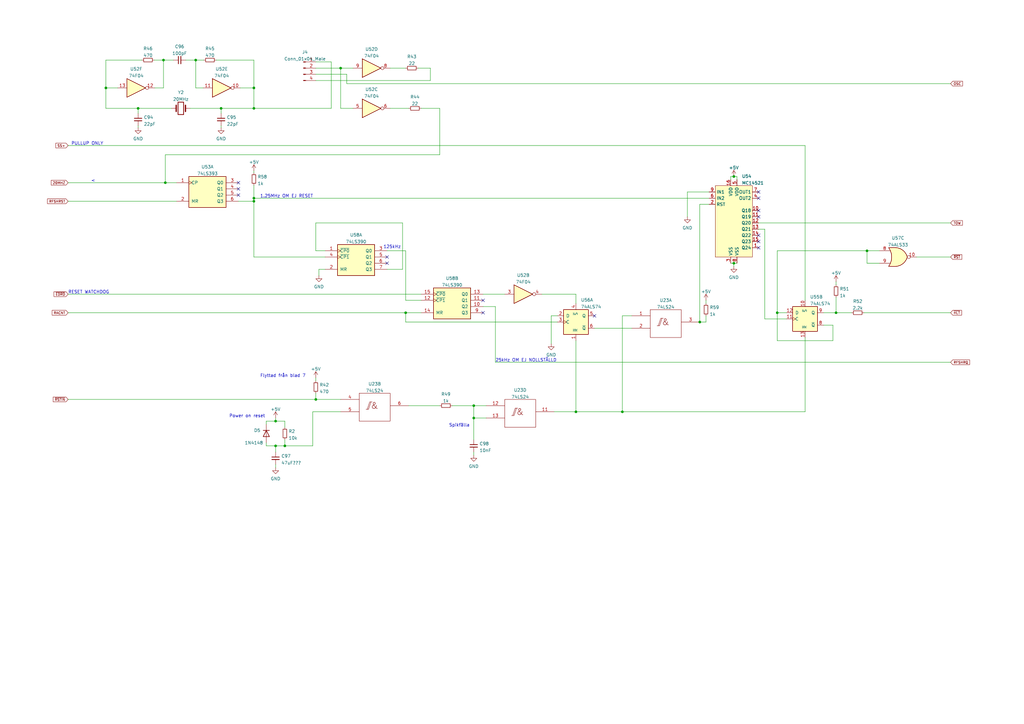
<source format=kicad_sch>
(kicad_sch (version 20211123) (generator eeschema)
  (paper "A3")
  (lib_symbols
    (symbol "74xx:74LS04"
      (property "Reference" "U" (at 0 1.27 0))
      (property "Value" "74LS04" (at 0 -1.27 0))
      (symbol "74LS04_1_0"
        (polyline (pts (xy -3.81 3.81) (xy -3.81 -3.81) (xy 3.81 0) (xy -3.81 3.81)) (stroke (width 0.254)) (fill (type background)))
        (pin input line (at -7.62 0 0) (length 3.81) (name "~") (number "1"))
        (pin output inverted (at 7.62 0 180) (length 3.81) (name "~") (number "2"))
      )
      (symbol "74LS04_2_0"
        (polyline (pts (xy -3.81 3.81) (xy -3.81 -3.81) (xy 3.81 0) (xy -3.81 3.81)) (stroke (width 0.254)) (fill (type background)))
        (pin input line (at -7.62 0 0) (length 3.81) (name "~") (number "3"))
        (pin output inverted (at 7.62 0 180) (length 3.81) (name "~") (number "4"))
      )
      (symbol "74LS04_3_0"
        (polyline (pts (xy -3.81 3.81) (xy -3.81 -3.81) (xy 3.81 0) (xy -3.81 3.81)) (stroke (width 0.254)) (fill (type background)))
        (pin input line (at -7.62 0 0) (length 3.81) (name "~") (number "5"))
        (pin output inverted (at 7.62 0 180) (length 3.81) (name "~") (number "6"))
      )
      (symbol "74LS04_4_0"
        (polyline (pts (xy -3.81 3.81) (xy -3.81 -3.81) (xy 3.81 0) (xy -3.81 3.81)) (stroke (width 0.254)) (fill (type background)))
        (pin output inverted (at 7.62 0 180) (length 3.81) (name "~") (number "8"))
        (pin input line (at -7.62 0 0) (length 3.81) (name "~") (number "9"))
      )
      (symbol "74LS04_5_0"
        (polyline (pts (xy -3.81 3.81) (xy -3.81 -3.81) (xy 3.81 0) (xy -3.81 3.81)) (stroke (width 0.254)) (fill (type background)))
        (pin output inverted (at 7.62 0 180) (length 3.81) (name "~") (number "10"))
        (pin input line (at -7.62 0 0) (length 3.81) (name "~") (number "11"))
      )
      (symbol "74LS04_6_0"
        (polyline (pts (xy -3.81 3.81) (xy -3.81 -3.81) (xy 3.81 0) (xy -3.81 3.81)) (stroke (width 0.254)) (fill (type background)))
        (pin output inverted (at 7.62 0 180) (length 3.81) (name "~") (number "12"))
        (pin input line (at -7.62 0 0) (length 3.81) (name "~") (number "13"))
      )
      (symbol "74LS04_7_0"
        (pin power_in line (at 0 12.7 270) (length 5.08) (name "VCC") (number "14"))
        (pin power_in line (at 0 -12.7 90) (length 5.08) (name "GND") (number "7"))
      )
      (symbol "74LS04_7_1"
        (rectangle (start -5.08 7.62) (end 5.08 -7.62) (stroke (width 0.254)) (fill (type background)))
      )
    )
    (symbol "74xx:74LS33" (pin_names (offset 1.016))
      (property "Reference" "U" (at 0 1.27 0))
      (property "Value" "74LS33" (at 0 -1.27 0))
      (symbol "74LS33_1_1"
        (arc (start -3.81 -3.81) (mid -2.589 0) (end -3.81 3.81) (stroke (width 0.254)))
        (arc (start -0.6096 -3.81) (mid 2.1842 -2.5851) (end 3.81 0) (stroke (width 0.254)) (fill (type background)))
        (polyline (pts (xy -3.81 -3.81) (xy -0.635 -3.81)) (stroke (width 0.254)) (fill (type background)))
        (polyline (pts (xy -3.81 3.81) (xy -0.635 3.81)) (stroke (width 0.254)) (fill (type background)))
        (polyline (pts (xy -0.635 3.81) (xy -3.81 3.81) (xy -3.81 3.81) (xy -3.556 3.4036) (xy -3.0226 2.2606) (xy -2.6924 1.0414) (xy -2.6162 -0.254) (xy -2.7686 -1.4986) (xy -3.175 -2.7178) (xy -3.81 -3.81) (xy -3.81 -3.81) (xy -0.635 -3.81)) (stroke (width -25.4)) (fill (type background)))
        (arc (start 3.81 0) (mid 2.1915 2.5936) (end -0.6096 3.81) (stroke (width 0.254)) (fill (type background)))
        (pin open_collector inverted (at 7.62 0 180) (length 3.81) (name "~") (number "1"))
        (pin input line (at -7.62 2.54 0) (length 4.318) (name "~") (number "2"))
        (pin input line (at -7.62 -2.54 0) (length 4.318) (name "~") (number "3"))
      )
      (symbol "74LS33_1_2"
        (arc (start 0 -3.81) (mid 3.81 0) (end 0 3.81) (stroke (width 0.254)) (fill (type background)))
        (polyline (pts (xy 0 3.81) (xy -3.81 3.81) (xy -3.81 -3.81) (xy 0 -3.81)) (stroke (width 0.254)) (fill (type background)))
        (pin open_collector line (at 7.62 0 180) (length 3.81) (name "~") (number "1"))
        (pin input inverted (at -7.62 2.54 0) (length 3.81) (name "~") (number "2"))
        (pin input inverted (at -7.62 -2.54 0) (length 3.81) (name "~") (number "3"))
      )
      (symbol "74LS33_2_1"
        (arc (start -3.81 -3.81) (mid -2.589 0) (end -3.81 3.81) (stroke (width 0.254)))
        (arc (start -0.6096 -3.81) (mid 2.1842 -2.5851) (end 3.81 0) (stroke (width 0.254)) (fill (type background)))
        (polyline (pts (xy -3.81 -3.81) (xy -0.635 -3.81)) (stroke (width 0.254)) (fill (type background)))
        (polyline (pts (xy -3.81 3.81) (xy -0.635 3.81)) (stroke (width 0.254)) (fill (type background)))
        (polyline (pts (xy -0.635 3.81) (xy -3.81 3.81) (xy -3.81 3.81) (xy -3.556 3.4036) (xy -3.0226 2.2606) (xy -2.6924 1.0414) (xy -2.6162 -0.254) (xy -2.7686 -1.4986) (xy -3.175 -2.7178) (xy -3.81 -3.81) (xy -3.81 -3.81) (xy -0.635 -3.81)) (stroke (width -25.4)) (fill (type background)))
        (arc (start 3.81 0) (mid 2.1915 2.5936) (end -0.6096 3.81) (stroke (width 0.254)) (fill (type background)))
        (pin open_collector inverted (at 7.62 0 180) (length 3.81) (name "~") (number "4"))
        (pin input line (at -7.62 2.54 0) (length 4.318) (name "~") (number "5"))
        (pin input line (at -7.62 -2.54 0) (length 4.318) (name "~") (number "6"))
      )
      (symbol "74LS33_2_2"
        (arc (start 0 -3.81) (mid 3.81 0) (end 0 3.81) (stroke (width 0.254)) (fill (type background)))
        (polyline (pts (xy 0 3.81) (xy -3.81 3.81) (xy -3.81 -3.81) (xy 0 -3.81)) (stroke (width 0.254)) (fill (type background)))
        (pin open_collector line (at 7.62 0 180) (length 3.81) (name "~") (number "4"))
        (pin input inverted (at -7.62 2.54 0) (length 3.81) (name "~") (number "5"))
        (pin input inverted (at -7.62 -2.54 0) (length 3.81) (name "~") (number "6"))
      )
      (symbol "74LS33_3_1"
        (arc (start -3.81 -3.81) (mid -2.589 0) (end -3.81 3.81) (stroke (width 0.254)))
        (arc (start -0.6096 -3.81) (mid 2.1842 -2.5851) (end 3.81 0) (stroke (width 0.254)) (fill (type background)))
        (polyline (pts (xy -3.81 -3.81) (xy -0.635 -3.81)) (stroke (width 0.254)) (fill (type background)))
        (polyline (pts (xy -3.81 3.81) (xy -0.635 3.81)) (stroke (width 0.254)) (fill (type background)))
        (polyline (pts (xy -0.635 3.81) (xy -3.81 3.81) (xy -3.81 3.81) (xy -3.556 3.4036) (xy -3.0226 2.2606) (xy -2.6924 1.0414) (xy -2.6162 -0.254) (xy -2.7686 -1.4986) (xy -3.175 -2.7178) (xy -3.81 -3.81) (xy -3.81 -3.81) (xy -0.635 -3.81)) (stroke (width -25.4)) (fill (type background)))
        (arc (start 3.81 0) (mid 2.1915 2.5936) (end -0.6096 3.81) (stroke (width 0.254)) (fill (type background)))
        (pin open_collector inverted (at 7.62 0 180) (length 3.81) (name "~") (number "10"))
        (pin input line (at -7.62 2.54 0) (length 4.318) (name "~") (number "8"))
        (pin input line (at -7.62 -2.54 0) (length 4.318) (name "~") (number "9"))
      )
      (symbol "74LS33_3_2"
        (arc (start 0 -3.81) (mid 3.81 0) (end 0 3.81) (stroke (width 0.254)) (fill (type background)))
        (polyline (pts (xy 0 3.81) (xy -3.81 3.81) (xy -3.81 -3.81) (xy 0 -3.81)) (stroke (width 0.254)) (fill (type background)))
        (pin open_collector line (at 7.62 0 180) (length 3.81) (name "~") (number "10"))
        (pin input inverted (at -7.62 2.54 0) (length 3.81) (name "~") (number "8"))
        (pin input inverted (at -7.62 -2.54 0) (length 3.81) (name "~") (number "9"))
      )
      (symbol "74LS33_4_1"
        (arc (start -3.81 -3.81) (mid -2.589 0) (end -3.81 3.81) (stroke (width 0.254)))
        (arc (start -0.6096 -3.81) (mid 2.1842 -2.5851) (end 3.81 0) (stroke (width 0.254)) (fill (type background)))
        (polyline (pts (xy -3.81 -3.81) (xy -0.635 -3.81)) (stroke (width 0.254)) (fill (type background)))
        (polyline (pts (xy -3.81 3.81) (xy -0.635 3.81)) (stroke (width 0.254)) (fill (type background)))
        (polyline (pts (xy -0.635 3.81) (xy -3.81 3.81) (xy -3.81 3.81) (xy -3.556 3.4036) (xy -3.0226 2.2606) (xy -2.6924 1.0414) (xy -2.6162 -0.254) (xy -2.7686 -1.4986) (xy -3.175 -2.7178) (xy -3.81 -3.81) (xy -3.81 -3.81) (xy -0.635 -3.81)) (stroke (width -25.4)) (fill (type background)))
        (arc (start 3.81 0) (mid 2.1915 2.5936) (end -0.6096 3.81) (stroke (width 0.254)) (fill (type background)))
        (pin input line (at -7.62 2.54 0) (length 4.318) (name "~") (number "11"))
        (pin input line (at -7.62 -2.54 0) (length 4.318) (name "~") (number "12"))
        (pin open_collector inverted (at 7.62 0 180) (length 3.81) (name "~") (number "13"))
      )
      (symbol "74LS33_4_2"
        (arc (start 0 -3.81) (mid 3.81 0) (end 0 3.81) (stroke (width 0.254)) (fill (type background)))
        (polyline (pts (xy 0 3.81) (xy -3.81 3.81) (xy -3.81 -3.81) (xy 0 -3.81)) (stroke (width 0.254)) (fill (type background)))
        (pin input inverted (at -7.62 2.54 0) (length 3.81) (name "~") (number "11"))
        (pin input inverted (at -7.62 -2.54 0) (length 3.81) (name "~") (number "12"))
        (pin open_collector line (at 7.62 0 180) (length 3.81) (name "~") (number "13"))
      )
      (symbol "74LS33_5_0"
        (pin power_in line (at 0 12.7 270) (length 5.08) (name "VCC") (number "14"))
        (pin power_in line (at 0 -12.7 90) (length 5.08) (name "GND") (number "7"))
      )
      (symbol "74LS33_5_1"
        (rectangle (start -5.08 7.62) (end 5.08 -7.62) (stroke (width 0.254)) (fill (type background)))
      )
    )
    (symbol "74xx:74LS390" (pin_names (offset 1.016))
      (property "Reference" "U" (at -7.62 8.89 0))
      (property "Value" "74LS390" (at -7.62 -8.89 0))
      (symbol "74LS390_1_0"
        (pin input clock (at -12.7 2.54 0) (length 5.08) (name "~{CP0}") (number "1"))
        (pin input line (at -12.7 -5.08 0) (length 5.08) (name "MR") (number "2"))
        (pin output line (at 12.7 2.54 180) (length 5.08) (name "Q0") (number "3"))
        (pin input clock (at -12.7 0 0) (length 5.08) (name "~{CP1}") (number "4"))
        (pin output line (at 12.7 0 180) (length 5.08) (name "Q1") (number "5"))
        (pin output line (at 12.7 -2.54 180) (length 5.08) (name "Q2") (number "6"))
        (pin output line (at 12.7 -5.08 180) (length 5.08) (name "Q3") (number "7"))
      )
      (symbol "74LS390_1_1"
        (rectangle (start -7.62 5.08) (end 7.62 -7.62) (stroke (width 0.254)) (fill (type background)))
      )
      (symbol "74LS390_2_0"
        (pin output line (at 12.7 -2.54 180) (length 5.08) (name "Q2") (number "10"))
        (pin output line (at 12.7 0 180) (length 5.08) (name "Q1") (number "11"))
        (pin input clock (at -12.7 0 0) (length 5.08) (name "~{CP1}") (number "12"))
        (pin output line (at 12.7 2.54 180) (length 5.08) (name "Q0") (number "13"))
        (pin input line (at -12.7 -5.08 0) (length 5.08) (name "MR") (number "14"))
        (pin input clock (at -12.7 2.54 0) (length 5.08) (name "~{CP0}") (number "15"))
        (pin output line (at 12.7 -5.08 180) (length 5.08) (name "Q3") (number "9"))
      )
      (symbol "74LS390_2_1"
        (rectangle (start -7.62 5.08) (end 7.62 -7.62) (stroke (width 0.254)) (fill (type background)))
      )
      (symbol "74LS390_3_0"
        (pin power_in line (at 0 12.7 270) (length 5.08) (name "VCC") (number "16"))
        (pin power_in line (at 0 -12.7 90) (length 5.08) (name "GND") (number "8"))
      )
      (symbol "74LS390_3_1"
        (rectangle (start -5.08 7.62) (end 5.08 -7.62) (stroke (width 0.254)) (fill (type background)))
      )
    )
    (symbol "74xx:74LS393" (pin_names (offset 1.016))
      (property "Reference" "U" (at -7.62 8.89 0))
      (property "Value" "74LS393" (at -7.62 -8.89 0))
      (symbol "74LS393_1_0"
        (pin input clock (at -12.7 2.54 0) (length 5.08) (name "CP") (number "1"))
        (pin input line (at -12.7 -5.08 0) (length 5.08) (name "MR") (number "2"))
        (pin output line (at 12.7 2.54 180) (length 5.08) (name "Q0") (number "3"))
        (pin output line (at 12.7 0 180) (length 5.08) (name "Q1") (number "4"))
        (pin output line (at 12.7 -2.54 180) (length 5.08) (name "Q2") (number "5"))
        (pin output line (at 12.7 -5.08 180) (length 5.08) (name "Q3") (number "6"))
      )
      (symbol "74LS393_1_1"
        (rectangle (start -7.62 5.08) (end 7.62 -7.62) (stroke (width 0.254)) (fill (type background)))
      )
      (symbol "74LS393_2_0"
        (pin output line (at 12.7 0 180) (length 5.08) (name "Q1") (number "10"))
        (pin output line (at 12.7 2.54 180) (length 5.08) (name "Q0") (number "11"))
        (pin input line (at -12.7 -5.08 0) (length 5.08) (name "MR") (number "12"))
        (pin input clock (at -12.7 2.54 0) (length 5.08) (name "CP") (number "13"))
        (pin output line (at 12.7 -5.08 180) (length 5.08) (name "Q3") (number "8"))
        (pin output line (at 12.7 -2.54 180) (length 5.08) (name "Q2") (number "9"))
      )
      (symbol "74LS393_2_1"
        (rectangle (start -7.62 5.08) (end 7.62 -7.62) (stroke (width 0.254)) (fill (type background)))
      )
      (symbol "74LS393_3_0"
        (pin power_in line (at 0 12.7 270) (length 5.08) (name "VCC") (number "14"))
        (pin power_in line (at 0 -12.7 90) (length 5.08) (name "GND") (number "7"))
      )
      (symbol "74LS393_3_1"
        (rectangle (start -5.08 7.62) (end 5.08 -7.62) (stroke (width 0.254)) (fill (type background)))
      )
    )
    (symbol "74xx:74LS74" (pin_names (offset 1.016))
      (property "Reference" "U" (at -7.62 8.89 0))
      (property "Value" "74LS74" (at -7.62 -8.89 0))
      (symbol "74LS74_1_0"
        (pin input line (at 0 -7.62 90) (length 2.54) (name "~{R}") (number "1"))
        (pin input line (at -7.62 2.54 0) (length 2.54) (name "D") (number "2"))
        (pin input clock (at -7.62 0 0) (length 2.54) (name "C") (number "3"))
        (pin input line (at 0 7.62 270) (length 2.54) (name "~{S}") (number "4"))
        (pin output line (at 7.62 2.54 180) (length 2.54) (name "Q") (number "5"))
        (pin output line (at 7.62 -2.54 180) (length 2.54) (name "~{Q}") (number "6"))
      )
      (symbol "74LS74_1_1"
        (rectangle (start -5.08 5.08) (end 5.08 -5.08) (stroke (width 0.254)) (fill (type background)))
      )
      (symbol "74LS74_2_0"
        (pin input line (at 0 7.62 270) (length 2.54) (name "~{S}") (number "10"))
        (pin input clock (at -7.62 0 0) (length 2.54) (name "C") (number "11"))
        (pin input line (at -7.62 2.54 0) (length 2.54) (name "D") (number "12"))
        (pin input line (at 0 -7.62 90) (length 2.54) (name "~{R}") (number "13"))
        (pin output line (at 7.62 -2.54 180) (length 2.54) (name "~{Q}") (number "8"))
        (pin output line (at 7.62 2.54 180) (length 2.54) (name "Q") (number "9"))
      )
      (symbol "74LS74_2_1"
        (rectangle (start -5.08 5.08) (end 5.08 -5.08) (stroke (width 0.254)) (fill (type background)))
      )
      (symbol "74LS74_3_0"
        (pin power_in line (at 0 10.16 270) (length 2.54) (name "VCC") (number "14"))
        (pin power_in line (at 0 -10.16 90) (length 2.54) (name "GND") (number "7"))
      )
      (symbol "74LS74_3_1"
        (rectangle (start -5.08 7.62) (end 5.08 -7.62) (stroke (width 0.254)) (fill (type background)))
      )
    )
    (symbol "74xx_IEEE:74LS24" (pin_names (offset 0.762))
      (property "Reference" "U" (at 2.54 6.35 0))
      (property "Value" "74LS24" (at 5.08 -8.89 0))
      (symbol "74LS24_0_0"
        (polyline (pts (xy -3.556 -1.524) (xy -2.54 -1.524) (xy -1.524 1.524) (xy -1.016 1.524) (xy -2.032 1.524) (xy -3.048 -1.524) (xy -3.048 -1.524)))
      )
      (symbol "74LS24_0_1"
        (rectangle (start -6.35 5.08) (end 6.35 -6.35))
        (text "&" (at 0 0 0) (effects (font (size 2.54 2.54))))
        (pin power_in line (at 0 5.08 270) (length 0) hide (name "Vcc") (number "14"))
        (pin power_in line (at 0 -6.35 90) (length 0) hide (name "Gnd") (number "7"))
      )
      (symbol "74LS24_1_1"
        (pin input line (at -13.97 2.54 0) (length 7.62) (name "~") (number "1"))
        (pin input line (at -13.97 -2.54 0) (length 7.62) (name "~") (number "2"))
        (pin output line (at 13.97 0 180) (length 7.62) (name "~") (number "3"))
      )
      (symbol "74LS24_2_1"
        (pin input line (at -13.97 2.54 0) (length 7.62) (name "~") (number "4"))
        (pin input line (at -13.97 -2.54 0) (length 7.62) (name "~") (number "5"))
        (pin output line (at 13.97 0 180) (length 7.62) (name "~") (number "6"))
      )
      (symbol "74LS24_3_1"
        (pin input line (at -13.97 -2.54 0) (length 7.62) (name "~") (number "10"))
        (pin output line (at 13.97 0 180) (length 7.62) (name "~") (number "8"))
        (pin input line (at -13.97 2.54 0) (length 7.62) (name "~") (number "9"))
      )
      (symbol "74LS24_4_1"
        (pin output line (at 13.97 0 180) (length 7.62) (name "~") (number "11"))
        (pin input line (at -13.97 2.54 0) (length 7.62) (name "~") (number "12"))
        (pin input line (at -13.97 -2.54 0) (length 7.62) (name "~") (number "13"))
      )
    )
    (symbol "Connector:Conn_01x04_Male" (pin_names (offset 1.016) hide)
      (property "Reference" "J" (at 0 5.08 0))
      (property "Value" "Conn_01x04_Male" (at 0 -7.62 0))
      (symbol "Conn_01x04_Male_1_1"
        (polyline (pts (xy 1.27 -5.08) (xy 0.8636 -5.08)) (stroke (width 0.1524)))
        (polyline (pts (xy 1.27 -2.54) (xy 0.8636 -2.54)) (stroke (width 0.1524)))
        (polyline (pts (xy 1.27 0) (xy 0.8636 0)) (stroke (width 0.1524)))
        (polyline (pts (xy 1.27 2.54) (xy 0.8636 2.54)) (stroke (width 0.1524)))
        (rectangle (start 0.8636 -4.953) (end 0 -5.207) (stroke (width 0.1524)) (fill (type outline)))
        (rectangle (start 0.8636 -2.413) (end 0 -2.667) (stroke (width 0.1524)) (fill (type outline)))
        (rectangle (start 0.8636 0.127) (end 0 -0.127) (stroke (width 0.1524)) (fill (type outline)))
        (rectangle (start 0.8636 2.667) (end 0 2.413) (stroke (width 0.1524)) (fill (type outline)))
        (pin passive line (at 5.08 2.54 180) (length 3.81) (name "Pin_1") (number "1"))
        (pin passive line (at 5.08 0 180) (length 3.81) (name "Pin_2") (number "2"))
        (pin passive line (at 5.08 -2.54 180) (length 3.81) (name "Pin_3") (number "3"))
        (pin passive line (at 5.08 -5.08 180) (length 3.81) (name "Pin_4") (number "4"))
      )
    )
    (symbol "Device:C_Small" (pin_numbers hide) (pin_names (offset 0.254) hide)
      (property "Reference" "C" (at 0.254 1.778 0))
      (property "Value" "C_Small" (at 0.254 -2.032 0))
      (symbol "C_Small_0_1"
        (polyline (pts (xy -1.524 -0.508) (xy 1.524 -0.508)) (stroke (width 0.3302)))
        (polyline (pts (xy -1.524 0.508) (xy 1.524 0.508)) (stroke (width 0.3048)))
      )
      (symbol "C_Small_1_1"
        (pin passive line (at 0 2.54 270) (length 2.032) (name "~") (number "1"))
        (pin passive line (at 0 -2.54 90) (length 2.032) (name "~") (number "2"))
      )
    )
    (symbol "Device:Crystal" (pin_numbers hide) (pin_names (offset 1.016) hide)
      (property "Reference" "Y" (at 0 3.81 0))
      (property "Value" "Crystal" (at 0 -3.81 0))
      (symbol "Crystal_0_1"
        (rectangle (start -1.143 2.54) (end 1.143 -2.54) (stroke (width 0.3048)))
        (polyline (pts (xy -2.54 0) (xy -1.905 0)))
        (polyline (pts (xy -1.905 -1.27) (xy -1.905 1.27)) (stroke (width 0.508)))
        (polyline (pts (xy 1.905 -1.27) (xy 1.905 1.27)) (stroke (width 0.508)))
        (polyline (pts (xy 2.54 0) (xy 1.905 0)))
      )
      (symbol "Crystal_1_1"
        (pin passive line (at -3.81 0 0) (length 1.27) (name "1") (number "1"))
        (pin passive line (at 3.81 0 180) (length 1.27) (name "2") (number "2"))
      )
    )
    (symbol "Device:D" (pin_numbers hide) (pin_names (offset 1.016) hide)
      (property "Reference" "D" (at 0 2.54 0))
      (property "Value" "D" (at 0 -2.54 0))
      (symbol "D_0_1"
        (polyline (pts (xy -1.27 1.27) (xy -1.27 -1.27)) (stroke (width 0.254)))
        (polyline (pts (xy 1.27 0) (xy -1.27 0)))
        (polyline (pts (xy 1.27 1.27) (xy 1.27 -1.27) (xy -1.27 0) (xy 1.27 1.27)) (stroke (width 0.254)))
      )
      (symbol "D_1_1"
        (pin passive line (at -3.81 0 0) (length 2.54) (name "K") (number "1"))
        (pin passive line (at 3.81 0 180) (length 2.54) (name "A") (number "2"))
      )
    )
    (symbol "Device:R_Small" (pin_numbers hide) (pin_names (offset 0.254) hide)
      (property "Reference" "R" (at 0.762 0.508 0))
      (property "Value" "R_Small" (at 0.762 -1.016 0))
      (symbol "R_Small_0_1"
        (rectangle (start -0.762 1.778) (end 0.762 -1.778) (stroke (width 0.2032)))
      )
      (symbol "R_Small_1_1"
        (pin passive line (at 0 2.54 270) (length 0.762) (name "~") (number "1"))
        (pin passive line (at 0 -2.54 90) (length 0.762) (name "~") (number "2"))
      )
    )
    (symbol "power:+5V" (power) (pin_names (offset 0))
      (property "Value" "+5V" (at 0 3.556 0))
      (symbol "+5V_0_1"
        (polyline (pts (xy -0.762 1.27) (xy 0 2.54)))
        (polyline (pts (xy 0 0) (xy 0 2.54)))
        (polyline (pts (xy 0 2.54) (xy 0.762 1.27)))
      )
      (symbol "+5V_1_1"
        (pin power_in line (at 0 0 90) (length 0) hide (name "+5V") (number "1"))
      )
    )
    (symbol "power:GND" (power) (pin_names (offset 0))
      (property "Value" "GND" (at 0 -3.81 0))
      (symbol "GND_0_1"
        (polyline (pts (xy 0 0) (xy 0 -1.27) (xy 1.27 -1.27) (xy 0 -2.54) (xy -1.27 -1.27) (xy 0 -1.27)))
      )
      (symbol "GND_1_1"
        (pin power_in line (at 0 0 270) (length 0) hide (name "GND") (number "1"))
      )
    )
    (symbol "x37:MC14521"
      (property "Reference" "U" (at -6.35 21.59 0))
      (property "Value" "MC14521" (at 7.62 21.59 0))
      (symbol "MC14521_0_0"
        (pin input line (at 10.16 -6.35 180) (length 2.54) (name "Q24") (number "1"))
        (pin bidirectional line (at 10.16 8.89 180) (length 2.54) (name "Q18") (number "10"))
        (pin bidirectional line (at 10.16 6.35 180) (length 2.54) (name "Q19") (number "11"))
        (pin bidirectional line (at 10.16 3.81 180) (length 2.54) (name "Q20") (number "12"))
        (pin bidirectional line (at 10.16 1.27 180) (length 2.54) (name "Q21") (number "13"))
        (pin bidirectional line (at 10.16 -1.27 180) (length 2.54) (name "Q22") (number "14"))
        (pin bidirectional line (at 10.16 -3.81 180) (length 2.54) (name "Q23") (number "15"))
        (pin power_in line (at -1.27 21.59 270) (length 2.54) (name "VDD") (number "16"))
        (pin input line (at -10.16 11.43 0) (length 2.54) (name "RST") (number "2"))
        (pin power_in line (at -1.27 -12.7 90) (length 2.54) (name "VSS") (number "3"))
        (pin output line (at 10.16 13.97 180) (length 2.54) (name "OUT2") (number "4"))
        (pin power_in line (at 1.27 21.59 270) (length 2.54) (name "VDD") (number "5"))
        (pin input line (at -10.16 13.97 0) (length 2.54) (name "IN2") (number "6"))
        (pin output line (at 10.16 16.51 180) (length 2.54) (name "OUT1") (number "7"))
        (pin power_in line (at 1.27 -12.7 90) (length 2.54) (name "VSS") (number "8"))
        (pin input line (at -10.16 16.51 0) (length 2.54) (name "IN1") (number "9"))
      )
      (symbol "MC14521_0_1"
        (rectangle (start -7.62 19.05) (end 7.62 -10.16) (stroke (width 0.1524)) (fill (type background)))
      )
    )
  )
  (junction (at 113.03 182.88))
  (junction (at 129.54 163.83))
  (junction (at 104.14 82.55))
  (junction (at 104.14 44.45))
  (junction (at 113.03 172.72))
  (junction (at 67.056 24.638))
  (junction (at 104.14 81.28))
  (junction (at 56.642 44.45))
  (junction (at 236.22 168.91))
  (junction (at 166.37 128.27))
  (junction (at 67.818 74.93))
  (junction (at 300.99 72.39))
  (junction (at 116.84 182.88))
  (junction (at 43.434 36.068))
  (junction (at 342.9 128.27))
  (junction (at 90.678 44.45))
  (junction (at 287.02 132.08))
  (junction (at 255.27 168.91))
  (junction (at 104.14 36.068))
  (junction (at 139.7 27.94))
  (junction (at 194.31 171.45))
  (junction (at 355.6 102.87))
  (junction (at 80.264 24.638))
  (junction (at 194.31 166.37))
  (junction (at 300.99 107.95))
  (junction (at 318.77 128.27))
  (no_connect (at 311.15 96.52))
  (no_connect (at 311.15 81.28))
  (no_connect (at 158.75 105.41))
  (no_connect (at 198.12 123.19))
  (no_connect (at 97.79 74.93))
  (no_connect (at 198.12 128.27))
  (no_connect (at 97.79 77.47))
  (no_connect (at 243.84 129.54))
  (no_connect (at 311.15 99.06))
  (no_connect (at 158.75 107.95))
  (no_connect (at 311.15 78.74))
  (no_connect (at 311.15 101.6))
  (no_connect (at 311.15 88.9))
  (no_connect (at 97.79 80.01))
  (no_connect (at 311.15 86.36))
  (wire (pts (xy 80.264 36.068) (xy 83.312 36.068)))
  (wire (pts (xy 330.2 168.91) (xy 330.2 138.43)))
  (wire (pts (xy 160.02 44.45) (xy 167.64 44.45)))
  (wire (pts (xy 255.27 168.91) (xy 255.27 129.54)))
  (wire (pts (xy 255.27 168.91) (xy 330.2 168.91)))
  (wire (pts (xy 27.94 74.93) (xy 67.818 74.93)))
  (wire (pts (xy 290.83 83.82) (xy 287.02 83.82)))
  (wire (pts (xy 255.27 129.54) (xy 259.08 129.54)))
  (wire (pts (xy 236.22 168.91) (xy 255.27 168.91)))
  (wire (pts (xy 287.02 132.08) (xy 289.56 132.08)))
  (wire (pts (xy 135.89 25.4) (xy 135.89 44.45)))
  (wire (pts (xy 299.72 73.66) (xy 299.72 72.39)))
  (wire (pts (xy 116.84 182.88) (xy 128.27 182.88)))
  (wire (pts (xy 67.818 63.5) (xy 67.818 74.93)))
  (wire (pts (xy 63.246 24.638) (xy 67.056 24.638)))
  (wire (pts (xy 129.54 163.83) (xy 139.7 163.83)))
  (wire (pts (xy 289.56 123.19) (xy 289.56 124.46)))
  (wire (pts (xy 355.6 102.87) (xy 360.68 102.87)))
  (wire (pts (xy 342.9 128.27) (xy 349.25 128.27)))
  (wire (pts (xy 354.33 128.27) (xy 389.89 128.27)))
  (wire (pts (xy 166.37 123.19) (xy 172.72 123.19)))
  (wire (pts (xy 139.7 44.45) (xy 144.78 44.45)))
  (wire (pts (xy 355.6 102.87) (xy 318.77 102.87)))
  (wire (pts (xy 165.1 110.49) (xy 165.1 91.44)))
  (wire (pts (xy 194.31 185.42) (xy 194.31 186.69)))
  (wire (pts (xy 341.63 139.7) (xy 341.63 133.35)))
  (wire (pts (xy 243.84 134.62) (xy 259.08 134.62)))
  (wire (pts (xy 318.77 139.7) (xy 341.63 139.7)))
  (wire (pts (xy 130.81 110.49) (xy 130.81 113.03)))
  (wire (pts (xy 109.22 172.72) (xy 113.03 172.72)))
  (wire (pts (xy 198.12 120.65) (xy 207.01 120.65)))
  (wire (pts (xy 375.92 105.41) (xy 389.89 105.41)))
  (wire (pts (xy 98.552 36.068) (xy 104.14 36.068)))
  (wire (pts (xy 43.434 24.638) (xy 43.434 36.068)))
  (wire (pts (xy 185.42 166.37) (xy 194.31 166.37)))
  (wire (pts (xy 43.434 44.45) (xy 56.642 44.45)))
  (wire (pts (xy 311.15 93.98) (xy 313.69 93.98)))
  (wire (pts (xy 88.646 24.638) (xy 104.14 24.638)))
  (wire (pts (xy 281.94 78.74) (xy 290.83 78.74)))
  (wire (pts (xy 67.818 63.5) (xy 180.34 63.5)))
  (wire (pts (xy 128.27 182.88) (xy 128.27 168.91)))
  (wire (pts (xy 27.94 163.83) (xy 129.54 163.83)))
  (wire (pts (xy 27.94 128.27) (xy 166.37 128.27)))
  (wire (pts (xy 236.22 168.91) (xy 227.33 168.91)))
  (wire (pts (xy 113.03 171.45) (xy 113.03 172.72)))
  (wire (pts (xy 56.642 44.45) (xy 56.642 46.482)))
  (wire (pts (xy 116.84 180.34) (xy 116.84 182.88)))
  (wire (pts (xy 300.99 72.39) (xy 302.26 72.39)))
  (wire (pts (xy 129.54 30.48) (xy 142.24 30.48)))
  (wire (pts (xy 113.03 182.88) (xy 116.84 182.88)))
  (wire (pts (xy 116.84 172.72) (xy 116.84 175.26)))
  (wire (pts (xy 160.02 27.94) (xy 166.37 27.94)))
  (wire (pts (xy 129.54 91.44) (xy 129.54 102.87)))
  (wire (pts (xy 299.72 72.39) (xy 300.99 72.39)))
  (wire (pts (xy 341.63 133.35) (xy 337.82 133.35)))
  (wire (pts (xy 142.24 34.29) (xy 389.89 34.29)))
  (wire (pts (xy 139.7 27.94) (xy 144.78 27.94)))
  (wire (pts (xy 90.678 44.45) (xy 104.14 44.45)))
  (wire (pts (xy 109.22 173.99) (xy 109.22 172.72)))
  (wire (pts (xy 129.54 154.94) (xy 129.54 156.21)))
  (wire (pts (xy 281.94 88.9) (xy 281.94 78.74)))
  (wire (pts (xy 226.06 129.54) (xy 226.06 140.97)))
  (wire (pts (xy 176.53 27.94) (xy 176.53 33.02)))
  (wire (pts (xy 311.15 91.44) (xy 389.89 91.44)))
  (wire (pts (xy 77.978 44.45) (xy 90.678 44.45)))
  (wire (pts (xy 158.75 102.87) (xy 166.37 102.87)))
  (wire (pts (xy 300.99 107.95) (xy 300.99 109.22)))
  (wire (pts (xy 289.56 132.08) (xy 289.56 129.54)))
  (wire (pts (xy 313.69 93.98) (xy 313.69 130.81)))
  (wire (pts (xy 166.37 128.27) (xy 166.37 132.08)))
  (wire (pts (xy 63.5 36.068) (xy 67.056 36.068)))
  (wire (pts (xy 113.03 172.72) (xy 116.84 172.72)))
  (wire (pts (xy 180.34 44.45) (xy 180.34 63.5)))
  (wire (pts (xy 222.25 120.65) (xy 236.22 120.65)))
  (wire (pts (xy 67.056 24.638) (xy 71.12 24.638)))
  (wire (pts (xy 318.77 128.27) (xy 318.77 139.7)))
  (wire (pts (xy 236.22 120.65) (xy 236.22 124.46)))
  (wire (pts (xy 198.12 125.73) (xy 203.2 125.73)))
  (wire (pts (xy 228.6 129.54) (xy 226.06 129.54)))
  (wire (pts (xy 27.94 82.55) (xy 72.39 82.55)))
  (wire (pts (xy 133.35 110.49) (xy 130.81 110.49)))
  (wire (pts (xy 27.94 120.65) (xy 172.72 120.65)))
  (wire (pts (xy 342.9 121.92) (xy 342.9 128.27)))
  (wire (pts (xy 129.54 27.94) (xy 139.7 27.94)))
  (wire (pts (xy 203.2 148.59) (xy 389.89 148.59)))
  (wire (pts (xy 158.75 110.49) (xy 165.1 110.49)))
  (wire (pts (xy 104.14 81.28) (xy 290.83 81.28)))
  (wire (pts (xy 166.37 128.27) (xy 172.72 128.27)))
  (wire (pts (xy 104.14 24.638) (xy 104.14 36.068)))
  (wire (pts (xy 166.37 132.08) (xy 228.6 132.08)))
  (wire (pts (xy 113.03 182.88) (xy 113.03 185.42)))
  (wire (pts (xy 139.7 27.94) (xy 139.7 44.45)))
  (wire (pts (xy 167.64 166.37) (xy 180.34 166.37)))
  (wire (pts (xy 67.818 74.93) (xy 72.39 74.93)))
  (wire (pts (xy 67.056 24.638) (xy 67.056 36.068)))
  (wire (pts (xy 236.22 139.7) (xy 236.22 168.91)))
  (wire (pts (xy 104.14 75.946) (xy 104.14 81.28)))
  (wire (pts (xy 194.31 166.37) (xy 199.39 166.37)))
  (wire (pts (xy 104.14 105.41) (xy 133.35 105.41)))
  (wire (pts (xy 360.68 107.95) (xy 355.6 107.95)))
  (wire (pts (xy 300.99 107.95) (xy 302.26 107.95)))
  (wire (pts (xy 330.2 123.19) (xy 330.2 59.69)))
  (wire (pts (xy 194.31 171.45) (xy 194.31 166.37)))
  (wire (pts (xy 355.6 107.95) (xy 355.6 102.87)))
  (wire (pts (xy 76.2 24.638) (xy 80.264 24.638)))
  (wire (pts (xy 104.14 44.45) (xy 135.89 44.45)))
  (wire (pts (xy 109.22 182.88) (xy 113.03 182.88)))
  (wire (pts (xy 43.434 36.068) (xy 43.434 44.45)))
  (wire (pts (xy 109.22 181.61) (xy 109.22 182.88)))
  (wire (pts (xy 142.24 30.48) (xy 142.24 34.29)))
  (wire (pts (xy 171.45 27.94) (xy 176.53 27.94)))
  (wire (pts (xy 322.58 128.27) (xy 318.77 128.27)))
  (wire (pts (xy 97.79 82.55) (xy 104.14 82.55)))
  (wire (pts (xy 337.82 128.27) (xy 342.9 128.27)))
  (wire (pts (xy 129.54 161.29) (xy 129.54 163.83)))
  (wire (pts (xy 129.54 102.87) (xy 133.35 102.87)))
  (wire (pts (xy 104.14 36.068) (xy 104.14 44.45)))
  (wire (pts (xy 43.434 36.068) (xy 48.26 36.068)))
  (wire (pts (xy 203.2 125.73) (xy 203.2 148.59)))
  (wire (pts (xy 43.434 24.638) (xy 58.166 24.638)))
  (wire (pts (xy 80.264 24.638) (xy 80.264 36.068)))
  (wire (pts (xy 172.72 44.45) (xy 180.34 44.45)))
  (wire (pts (xy 80.264 24.638) (xy 83.566 24.638)))
  (wire (pts (xy 104.14 81.28) (xy 104.14 82.55)))
  (wire (pts (xy 318.77 102.87) (xy 318.77 128.27)))
  (wire (pts (xy 128.27 168.91) (xy 139.7 168.91)))
  (wire (pts (xy 129.54 25.4) (xy 135.89 25.4)))
  (wire (pts (xy 129.54 33.02) (xy 176.53 33.02)))
  (wire (pts (xy 199.39 171.45) (xy 194.31 171.45)))
  (wire (pts (xy 90.678 51.562) (xy 90.678 52.324)))
  (wire (pts (xy 302.26 72.39) (xy 302.26 73.66)))
  (wire (pts (xy 27.94 59.69) (xy 330.2 59.69)))
  (wire (pts (xy 56.642 44.45) (xy 70.358 44.45)))
  (wire (pts (xy 166.37 102.87) (xy 166.37 123.19)))
  (wire (pts (xy 90.678 44.45) (xy 90.678 46.482)))
  (wire (pts (xy 56.642 51.562) (xy 56.642 52.324)))
  (wire (pts (xy 113.03 190.5) (xy 113.03 191.77)))
  (wire (pts (xy 104.14 70.104) (xy 104.14 70.866)))
  (wire (pts (xy 342.9 115.57) (xy 342.9 116.84)))
  (wire (pts (xy 104.14 82.55) (xy 104.14 105.41)))
  (wire (pts (xy 194.31 171.45) (xy 194.31 180.34)))
  (wire (pts (xy 313.69 130.81) (xy 322.58 130.81)))
  (wire (pts (xy 165.1 91.44) (xy 129.54 91.44)))
  (wire (pts (xy 299.72 107.95) (xy 300.99 107.95)))
  (wire (pts (xy 287.02 83.82) (xy 287.02 132.08)))
  (text "125kHz" (at 157.226 102.108 0) (effects (font (size 1.27 1.27)) (justify left bottom)))
  (text "25kHz OM EJ NOLLSTÄLLD" (at 203.2 148.59 0) (effects (font (size 1.27 1.27)) (justify left bottom)))
  (text "PULLUP ONLY" (at 29.21 59.69 0) (effects (font (size 1.27 1.27)) (justify left bottom)))
  (text "Spikfälla" (at 184.15 175.26 0) (effects (font (size 1.27 1.27)) (justify left bottom)))
  (text "Flyttad från blad 7" (at 106.68 154.94 0) (effects (font (size 1.27 1.27)) (justify left bottom)))
  (text "Power on reset" (at 93.98 171.45 0) (effects (font (size 1.27 1.27)) (justify left bottom)))
  (text "<" (at 37.338 74.93 0) (effects (font (size 1.27 1.27)) (justify left bottom)))
  (text "RESET WATCHDOG" (at 27.94 120.65 0) (effects (font (size 1.27 1.27)) (justify left bottom)))
  (text "1.25MHz OM EJ RESET" (at 106.68 81.28 0) (effects (font (size 1.27 1.27)) (justify left bottom)))
  (global_label "TOW" (shape input) (at 389.89 91.44 0) (effects (font (size 1 1))) (property "Intersheet References" "${INTERSHEET_REFS}" (effects hide)))
  (global_label "~{HLT}" (shape input) (at 389.89 128.27 0) (effects (font (size 1 1))) (property "Intersheet References" "${INTERSHEET_REFS}" (effects hide)))
  (global_label "OSC" (shape input) (at 389.89 34.29 0) (effects (font (size 1 1))) (property "Intersheet References" "${INTERSHEET_REFS}" (effects hide)))
  (global_label "20MHZ" (shape input) (at 27.94 74.93 180) (effects (font (size 1 1))) (property "Intersheet References" "${INTERSHEET_REFS}" (effects hide)))
  (global_label "RFSHRST" (shape input) (at 27.94 82.55 180) (effects (font (size 1 1))) (property "Intersheet References" "${INTERSHEET_REFS}" (effects hide)))
  (global_label "~{RSTIN}" (shape input) (at 27.94 163.83 180) (effects (font (size 1 1))) (property "Intersheet References" "${INTERSHEET_REFS}" (effects hide)))
  (global_label "RFSHRQ" (shape input) (at 389.89 148.59 0) (effects (font (size 1 1))) (property "Intersheet References" "${INTERSHEET_REFS}" (effects hide)))
  (global_label "RACNT" (shape input) (at 27.94 128.27 180) (effects (font (size 1 1))) (property "Intersheet References" "${INTERSHEET_REFS}" (effects hide)))
  (global_label "SS+" (shape input) (at 27.94 59.69 180) (effects (font (size 1 1))) (property "Intersheet References" "${INTERSHEET_REFS}" (effects hide)))
  (global_label "~{RST}" (shape input) (at 389.89 105.41 0) (effects (font (size 1 1))) (property "Intersheet References" "${INTERSHEET_REFS}" (effects hide)))
  (global_label "~{EDRD}" (shape input) (at 27.94 120.65 180) (effects (font (size 1 1))) (property "Intersheet References" "${INTERSHEET_REFS}" (effects hide)))
  (symbol (lib_id "Device:R_Small") (at 104.14 73.406 180) (unit 1)
    (property "Reference" "R58" (at 105.6386 72.4975 0) (effects (justify right)))
    (property "Value" "1k" (at 105.6386 75.2726 0) (effects (justify right)))
    (property "Footprint" "Resistor_SMD:R_0402_1005Metric" (effects hide))
  )
  (symbol (lib_id "power:+5V") (at 113.03 171.45 0) (unit 1)
    (property "Reference" "#PWR0216" (effects hide))
    (property "Value" "+5V" (at 113.03 167.8455 0))
  )
  (symbol (lib_id "Device:R_Small") (at 289.56 127 0) (unit 1)
    (property "Reference" "R59" (at 291.0586 126.0915 0) (effects (justify left)))
    (property "Value" "1k" (at 291.0586 128.8666 0) (effects (justify left)))
    (property "Footprint" "Resistor_SMD:R_0402_1005Metric" (effects hide))
  )
  (symbol (lib_id "power:GND") (at 226.06 140.97 0) (unit 1)
    (property "Reference" "#PWR0218" (effects hide))
    (property "Value" "GND" (at 226.06 145.5325 0))
  )
  (symbol (lib_id "Device:D") (at 109.22 177.8 270) (unit 1)
    (property "Reference" "D5" (at 104.14 176.53 90) (effects (justify left)))
    (property "Value" "1N4148" (at 100.33 181.61 90) (effects (justify left)))
    (property "Footprint" "Diode_THT:D_DO-35_SOD27_P7.62mm_Horizontal" (effects hide))
  )
  (symbol (lib_id "power:GND") (at 113.03 191.77 0) (unit 1)
    (property "Reference" "#PWR0214" (effects hide))
    (property "Value" "GND" (at 113.03 196.3325 0))
  )
  (symbol (lib_id "74xx_IEEE:74LS24") (at 273.05 132.08 0) (unit 1)
    (property "Reference" "U23" (at 273.05 123.1605 0))
    (property "Value" "74LS24" (at 273.05 125.9356 0))
    (property "Footprint" "Package_DIP:DIP-14_W7.62mm" (effects hide))
  )
  (symbol (lib_id "Device:C_Small") (at 194.31 182.88 0) (unit 1)
    (property "Reference" "C98" (at 196.6341 181.9778 0) (effects (justify left)))
    (property "Value" "10nF" (at 196.6341 184.7529 0) (effects (justify left)))
    (property "Footprint" "Capacitor_SMD:C_0402_1005Metric" (effects hide))
  )
  (symbol (lib_id "74xx_IEEE:74LS24") (at 213.36 168.91 0) (unit 4)
    (property "Reference" "U23" (at 213.36 159.9905 0))
    (property "Value" "74LS24" (at 213.36 162.7656 0))
    (property "Footprint" "Package_DIP:DIP-14_W7.62mm" (effects hide))
  )
  (symbol (lib_id "power:+5V") (at 342.9 115.57 0) (unit 1)
    (property "Reference" "#PWR0213" (effects hide))
    (property "Value" "+5V" (at 342.9 111.9655 0))
  )
  (symbol (lib_id "Device:Crystal") (at 74.168 44.45 0) (unit 1)
    (property "Reference" "Y2" (at 74.168 37.9181 0))
    (property "Value" "20MHz" (at 74.168 40.6932 0))
  )
  (symbol (lib_id "Device:C_Small") (at 73.66 24.638 90) (unit 1)
    (property "Reference" "C96" (at 73.6663 19.1094 90))
    (property "Value" "100pF" (at 73.6663 21.8845 90))
    (property "Footprint" "Capacitor_SMD:C_0402_1005Metric" (effects hide))
  )
  (symbol (lib_id "Device:R_Small") (at 351.79 128.27 90) (unit 1)
    (property "Reference" "R52" (at 351.79 123.5669 90))
    (property "Value" "2.2k" (at 351.79 126.342 90))
    (property "Footprint" "Resistor_SMD:R_0402_1005Metric" (effects hide))
  )
  (symbol (lib_id "Device:C_Small") (at 113.03 187.96 0) (unit 1)
    (property "Reference" "C97" (at 115.3541 187.0578 0) (effects (justify left)))
    (property "Value" "47uF???" (at 115.3541 189.8329 0) (effects (justify left)))
  )
  (symbol (lib_id "74xx:74LS04") (at 90.932 36.068 0) (unit 5)
    (property "Reference" "U52" (at 90.932 28.2915 0))
    (property "Value" "74F04" (at 90.932 31.0666 0))
    (property "Footprint" "Package_DIP:DIP-14_W7.62mm" (effects hide))
    (property "Datasheet" "http://www.ti.com/lit/gpn/sn74LS04" (effects hide))
  )
  (symbol (lib_id "Device:C_Small") (at 90.678 49.022 0) (unit 1)
    (property "Reference" "C95" (at 93.0021 48.1198 0) (effects (justify left)))
    (property "Value" "22pF" (at 93.0021 50.8949 0) (effects (justify left)))
    (property "Footprint" "Capacitor_SMD:C_0402_1005Metric" (effects hide))
  )
  (symbol (lib_id "74xx:74LS04") (at 214.63 120.65 0) (unit 2)
    (property "Reference" "U52" (at 214.63 112.8735 0))
    (property "Value" "74F04" (at 214.63 115.6486 0))
    (property "Footprint" "Package_DIP:DIP-14_W7.62mm" (effects hide))
    (property "Datasheet" "http://www.ti.com/lit/gpn/sn74LS04" (effects hide))
  )
  (symbol (lib_id "74xx:74LS390") (at 185.42 123.19 0) (unit 2)
    (property "Reference" "U58" (at 185.42 114.1435 0))
    (property "Value" "74LS390" (at 185.42 116.9186 0))
    (property "Footprint" "Package_DIP:DIP-16_W7.62mm" (effects hide))
    (property "Datasheet" "http://www.ti.com/lit/gpn/sn74LS390" (effects hide))
  )
  (symbol (lib_id "74xx:74LS04") (at 152.4 44.45 0) (unit 3)
    (property "Reference" "U52" (at 152.4 36.6735 0))
    (property "Value" "74F04" (at 152.4 39.4486 0))
    (property "Footprint" "Package_DIP:DIP-14_W7.62mm" (effects hide))
    (property "Datasheet" "http://www.ti.com/lit/gpn/sn74LS04" (effects hide))
  )
  (symbol (lib_id "Device:R_Small") (at 86.106 24.638 90) (unit 1)
    (property "Reference" "R45" (at 86.106 19.9349 90))
    (property "Value" "470" (at 86.106 22.71 90))
    (property "Footprint" "Resistor_SMD:R_0402_1005Metric" (effects hide))
  )
  (symbol (lib_id "power:+5V") (at 300.99 72.39 0) (unit 1)
    (property "Reference" "#PWR0212" (effects hide))
    (property "Value" "+5V" (at 300.99 68.7855 0))
  )
  (symbol (lib_id "74xx:74LS04") (at 152.4 27.94 0) (unit 4)
    (property "Reference" "U52" (at 152.4 20.1635 0))
    (property "Value" "74F04" (at 152.4 22.9386 0))
    (property "Footprint" "Package_DIP:DIP-14_W7.62mm" (effects hide))
    (property "Datasheet" "http://www.ti.com/lit/gpn/sn74LS04" (effects hide))
  )
  (symbol (lib_id "power:+5V") (at 289.56 123.19 0) (unit 1)
    (property "Reference" "#PWR0209" (effects hide))
    (property "Value" "+5V" (at 289.56 119.5855 0))
  )
  (symbol (lib_id "power:GND") (at 281.94 88.9 0) (unit 1)
    (property "Reference" "#PWR0210" (effects hide))
    (property "Value" "GND" (at 281.94 93.4625 0))
  )
  (symbol (lib_id "Device:R_Small") (at 342.9 119.38 180) (unit 1)
    (property "Reference" "R51" (at 344.3986 118.4715 0) (effects (justify right)))
    (property "Value" "1k" (at 344.3986 121.2466 0) (effects (justify right)))
    (property "Footprint" "Resistor_SMD:R_0402_1005Metric" (effects hide))
  )
  (symbol (lib_id "Device:R_Small") (at 182.88 166.37 270) (unit 1)
    (property "Reference" "R49" (at 182.88 161.6669 90))
    (property "Value" "1k" (at 182.88 164.442 90))
    (property "Footprint" "Resistor_SMD:R_0402_1005Metric" (effects hide))
  )
  (symbol (lib_id "power:GND") (at 130.81 113.03 0) (unit 1)
    (property "Reference" "#PWR0217" (effects hide))
    (property "Value" "GND" (at 130.81 117.5925 0))
  )
  (symbol (lib_id "Device:R_Small") (at 60.706 24.638 90) (unit 1)
    (property "Reference" "R46" (at 60.706 19.9349 90))
    (property "Value" "470" (at 60.706 22.71 90))
    (property "Footprint" "Resistor_SMD:R_0402_1005Metric" (effects hide))
  )
  (symbol (lib_id "power:GND") (at 194.31 186.69 0) (unit 1)
    (property "Reference" "#PWR0215" (effects hide))
    (property "Value" "GND" (at 194.31 191.2525 0))
  )
  (symbol (lib_id "Connector:Conn_01x04_Male") (at 124.46 27.94 0) (unit 1)
    (property "Reference" "J4" (at 125.095 21.3573 0))
    (property "Value" "Conn_01x04_Male" (at 125.095 24.1324 0))
  )
  (symbol (lib_id "power:GND") (at 300.99 109.22 0) (unit 1)
    (property "Reference" "#PWR0211" (effects hide))
    (property "Value" "GND" (at 300.99 113.7825 0))
  )
  (symbol (lib_id "74xx:74LS04") (at 55.88 36.068 0) (unit 6)
    (property "Reference" "U52" (at 55.88 28.2915 0))
    (property "Value" "74F04" (at 55.88 31.0666 0))
    (property "Footprint" "Package_DIP:DIP-14_W7.62mm" (effects hide))
    (property "Datasheet" "http://www.ti.com/lit/gpn/sn74LS04" (effects hide))
  )
  (symbol (lib_id "power:+5V") (at 129.54 154.94 0) (unit 1)
    (property "Reference" "#PWR0225" (effects hide))
    (property "Value" "+5V" (at 129.54 151.3355 0))
  )
  (symbol (lib_id "74xx:74LS393") (at 85.09 77.47 0) (unit 1)
    (property "Reference" "U53" (at 85.09 68.4235 0))
    (property "Value" "74LS393" (at 85.09 71.1986 0))
    (property "Footprint" "Package_DIP:DIP-14_W7.62mm" (effects hide))
    (property "Datasheet" "74xx\\74LS393.pdf" (effects hide))
  )
  (symbol (lib_id "Device:R_Small") (at 168.91 27.94 90) (unit 1)
    (property "Reference" "R43" (at 168.91 23.2369 90))
    (property "Value" "22" (at 168.91 26.012 90))
    (property "Footprint" "Resistor_SMD:R_0402_1005Metric" (effects hide))
  )
  (symbol (lib_id "power:GND") (at 90.678 52.324 0) (unit 1)
    (property "Reference" "#PWR0207" (effects hide))
    (property "Value" "GND" (at 90.678 56.8865 0))
  )
  (symbol (lib_id "74xx:74LS74") (at 330.2 130.81 0) (unit 2)
    (property "Reference" "U55" (at 332.2194 121.7635 0) (effects (justify left)))
    (property "Value" "74ALS74" (at 332.2194 124.5386 0) (effects (justify left)))
    (property "Footprint" "Package_DIP:DIP-14_W7.62mm" (effects hide))
    (property "Datasheet" "74xx/74hc_hct74.pdf" (effects hide))
  )
  (symbol (lib_id "x37:MC14521") (at 300.99 95.25 0) (unit 1)
    (property "Reference" "U54" (at 304.2794 72.2843 0) (effects (justify left)))
    (property "Value" "MC14521" (at 304.2794 75.0594 0) (effects (justify left)))
    (property "Footprint" "Package_DIP:DIP-16_W7.62mm" (effects hide))
  )
  (symbol (lib_id "power:GND") (at 56.642 52.324 0) (unit 1)
    (property "Reference" "#PWR0208" (effects hide))
    (property "Value" "GND" (at 56.642 56.8865 0))
  )
  (symbol (lib_id "74xx_IEEE:74LS24") (at 153.67 166.37 0) (unit 2)
    (property "Reference" "U23" (at 153.67 157.4505 0))
    (property "Value" "74LS24" (at 153.67 160.2256 0))
    (property "Footprint" "Package_DIP:DIP-14_W7.62mm" (effects hide))
  )
  (symbol (lib_id "Device:C_Small") (at 56.642 49.022 0) (unit 1)
    (property "Reference" "C94" (at 58.9661 48.1198 0) (effects (justify left)))
    (property "Value" "22pF" (at 58.9661 50.8949 0) (effects (justify left)))
    (property "Footprint" "Capacitor_SMD:C_0402_1005Metric" (effects hide))
  )
  (symbol (lib_id "Device:R_Small") (at 170.18 44.45 90) (unit 1)
    (property "Reference" "R44" (at 170.18 39.7469 90))
    (property "Value" "22" (at 170.18 42.522 90))
    (property "Footprint" "Resistor_SMD:R_0402_1005Metric" (effects hide))
  )
  (symbol (lib_id "74xx:74LS390") (at 146.05 105.41 0) (unit 1)
    (property "Reference" "U58" (at 146.05 96.3635 0))
    (property "Value" "74LS390" (at 146.05 99.1386 0))
    (property "Footprint" "Package_DIP:DIP-16_W7.62mm" (effects hide))
    (property "Datasheet" "http://www.ti.com/lit/gpn/sn74LS390" (effects hide))
  )
  (symbol (lib_id "74xx:74LS74") (at 236.22 132.08 0) (unit 1)
    (property "Reference" "U56" (at 238.2394 123.0335 0) (effects (justify left)))
    (property "Value" "74ALS74" (at 238.2394 125.8086 0) (effects (justify left)))
    (property "Footprint" "Package_DIP:DIP-14_W7.62mm" (effects hide))
    (property "Datasheet" "74xx/74hc_hct74.pdf" (effects hide))
  )
  (symbol (lib_id "Device:R_Small") (at 129.54 158.75 0) (unit 1)
    (property "Reference" "R42" (at 131.0386 157.8415 0) (effects (justify left)))
    (property "Value" "470" (at 131.0386 160.6166 0) (effects (justify left)))
    (property "Footprint" "Resistor_SMD:R_0402_1005Metric" (effects hide))
  )
  (symbol (lib_id "74xx:74LS33") (at 368.3 105.41 0) (unit 3)
    (property "Reference" "U57" (at 368.3 97.6335 0))
    (property "Value" "74ALS33" (at 368.3 100.4086 0))
    (property "Footprint" "Package_DIP:DIP-14_W7.62mm" (effects hide))
    (property "Datasheet" "http://www.ti.com/lit/gpn/sn74LS33" (effects hide))
  )
  (symbol (lib_id "Device:R_Small") (at 116.84 177.8 0) (unit 1)
    (property "Reference" "R2" (at 118.3386 176.8915 0) (effects (justify left)))
    (property "Value" "10k" (at 118.3386 179.6666 0) (effects (justify left)))
  )
  (symbol (lib_id "power:+5V") (at 104.14 70.104 0) (unit 1)
    (property "Reference" "#PWR0206" (effects hide))
    (property "Value" "+5V" (at 104.14 66.4995 0))
  )
)
</source>
